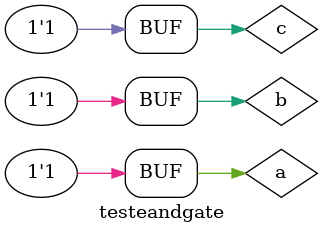
<source format=v>
module andgate (output s, input p, input q, input r);

	assign s = p & q & r;

endmodule

module testeandgate;

	reg a,b,c;
	wire s;
	
	andgate AND1(s, a, b, c);
	
	initial begin:start
	
	a=0;
	b=0;
	c=0;
	
	end
	
	initial begin:main
	
	$display("Exemplo0008 - Ítalo Guimarães Otoni - 451581");
	$monitor ("%b %b %b = %b", a, b, c, s);
	
	#1 a=0; b=0; c=1;
	#1 a=0; b=1; c=0;
	#1 a=0; b=1; c=1;
	#1 a=1; b=0; c=0;
	#1 a=1; b=0; c=1;
	#1 a=1; b=1; c=0;
	#1 a=1; b=1; c=1;

	end

endmodule
</source>
